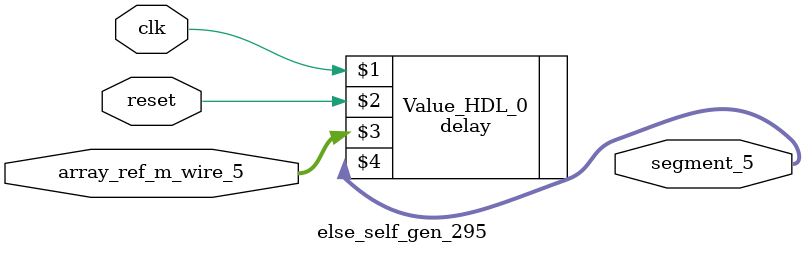
<source format=v>
module else_self_gen_295( input clk, input reset, input [31:0]array_ref_m_wire_5, output [31:0]segment_5); 
	wire [31:0]segment_5;
	//Proceed with segment_5 = array_ref_m_wire_5
	delay Value_HDL_0 ( clk, reset, array_ref_m_wire_5, segment_5);
endmodule
</source>
